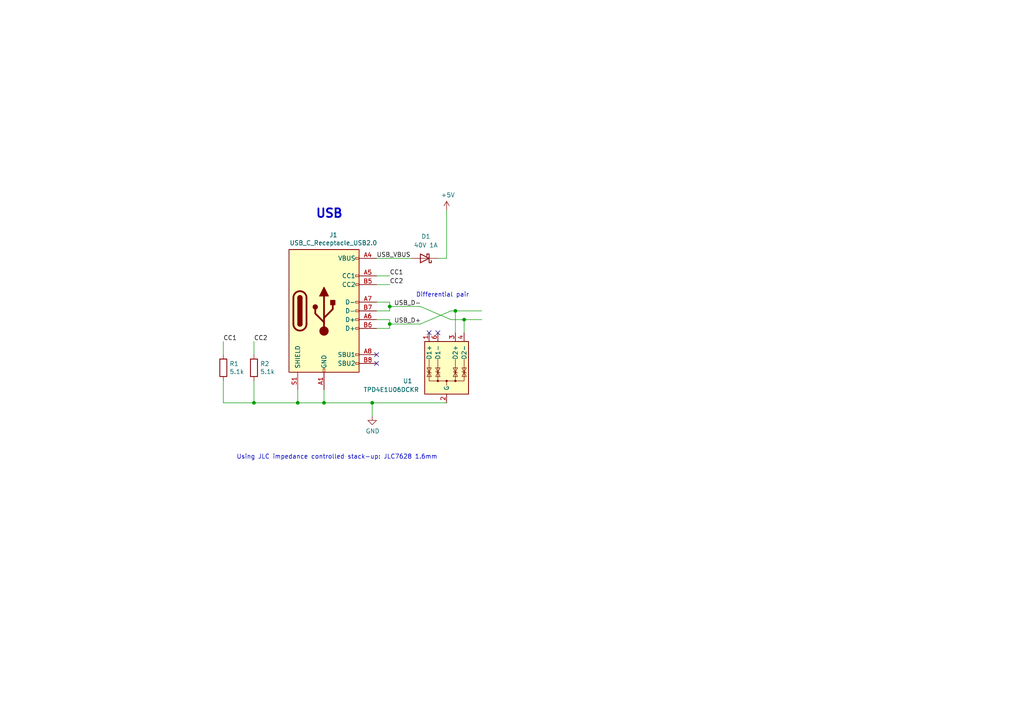
<source format=kicad_sch>
(kicad_sch (version 20250114) (generator "eeschema") (generator_version "9.0")
  (paper "A4")
  (lib_symbols
    (symbol "+5V_1" (power) (pin_names (offset 0))
      (property "Value" "+5V_1" (at 0 3.556 0))
      (symbol "+5V_1_0_1"
        (polyline (pts (xy -0.762 1.27) (xy 0 2.54)))
        (polyline (pts (xy 0 2.54) (xy 0.762 1.27)))
        (polyline (pts (xy 0 0) (xy 0 2.54)))
      )
      (symbol "+5V_1_1_1"
        (pin power_in line (at 0 0 90) (length 0) (hide yes) (name "+5V") (number "1"))
      )
    )
    (symbol "Connector:USB_C_Receptacle_USB2.0" (pin_names (offset 1.016))
      (property "Reference" "J" (at -10.16 19.05 0))
      (property "Value" "USB_C_Receptacle_USB2.0" (at 19.05 19.05 0))
      (symbol "USB_C_Receptacle_USB2.0_0_0"
        (rectangle (start -0.254 -17.78) (end 0.254 -16.764))
        (rectangle (start 10.16 15.494) (end 9.144 14.986))
        (rectangle (start 10.16 10.414) (end 9.144 9.906))
        (rectangle (start 10.16 7.874) (end 9.144 7.366))
        (rectangle (start 10.16 2.794) (end 9.144 2.286))
        (rectangle (start 10.16 0.254) (end 9.144 -0.254))
        (rectangle (start 10.16 -2.286) (end 9.144 -2.794))
        (rectangle (start 10.16 -4.826) (end 9.144 -5.334))
        (rectangle (start 10.16 -12.446) (end 9.144 -12.954))
        (rectangle (start 10.16 -14.986) (end 9.144 -15.494))
      )
      (symbol "USB_C_Receptacle_USB2.0_0_1"
        (rectangle (start -10.16 17.78) (end 10.16 -17.78) (stroke (width 0.254)) (fill (type background)))
        (polyline (pts (xy -8.89 -3.81) (xy -8.89 3.81)) (stroke (width 0.508)))
        (rectangle (start -7.62 -3.81) (end -6.35 3.81) (stroke (width 0.254)) (fill (type outline)))
        (arc (start -7.62 3.81) (mid -6.985 4.4423) (end -6.35 3.81) (stroke (width 0.254)))
        (arc (start -7.62 3.81) (mid -6.985 4.4423) (end -6.35 3.81) (stroke (width 0.254)) (fill (type outline)))
        (arc (start -8.89 3.81) (mid -6.985 5.7067) (end -5.08 3.81) (stroke (width 0.508)))
        (arc (start -5.08 -3.81) (mid -6.985 -5.7067) (end -8.89 -3.81) (stroke (width 0.508)))
        (arc (start -6.35 -3.81) (mid -6.985 -4.4423) (end -7.62 -3.81) (stroke (width 0.254)))
        (arc (start -6.35 -3.81) (mid -6.985 -4.4423) (end -7.62 -3.81) (stroke (width 0.254)) (fill (type outline)))
        (polyline (pts (xy -5.08 3.81) (xy -5.08 -3.81)) (stroke (width 0.508)))
        (circle (center -2.54 1.143) (radius 0.635) (stroke (width 0.254)) (fill (type outline)))
        (polyline (pts (xy -1.27 4.318) (xy 0 6.858) (xy 1.27 4.318) (xy -1.27 4.318)) (stroke (width 0.254)) (fill (type outline)))
        (polyline (pts (xy 0 -2.032) (xy 2.54 0.508) (xy 2.54 1.778)) (stroke (width 0.508)))
        (polyline (pts (xy 0 -3.302) (xy -2.54 -0.762) (xy -2.54 0.508)) (stroke (width 0.508)))
        (polyline (pts (xy 0 -5.842) (xy 0 4.318)) (stroke (width 0.508)))
        (circle (center 0 -5.842) (radius 1.27) (fill (type outline)))
        (rectangle (start 1.905 1.778) (end 3.175 3.048) (stroke (width 0.254)) (fill (type outline)))
      )
      (symbol "USB_C_Receptacle_USB2.0_1_1"
        (pin passive line (at -7.62 -22.86 90) (length 5.08) (name "SHIELD") (number "S1"))
        (pin passive line (at 0 -22.86 90) (length 5.08) (name "GND") (number "A1"))
        (pin passive line (at 0 -22.86 90) (length 5.08) (hide yes) (name "GND") (number "A12"))
        (pin passive line (at 0 -22.86 90) (length 5.08) (hide yes) (name "GND") (number "B1"))
        (pin passive line (at 0 -22.86 90) (length 5.08) (hide yes) (name "GND") (number "B12"))
        (pin passive line (at 15.24 15.24 180) (length 5.08) (name "VBUS") (number "A4"))
        (pin passive line (at 15.24 15.24 180) (length 5.08) (hide yes) (name "VBUS") (number "A9"))
        (pin passive line (at 15.24 15.24 180) (length 5.08) (hide yes) (name "VBUS") (number "B4"))
        (pin passive line (at 15.24 15.24 180) (length 5.08) (hide yes) (name "VBUS") (number "B9"))
        (pin bidirectional line (at 15.24 10.16 180) (length 5.08) (name "CC1") (number "A5"))
        (pin bidirectional line (at 15.24 7.62 180) (length 5.08) (name "CC2") (number "B5"))
        (pin bidirectional line (at 15.24 2.54 180) (length 5.08) (name "D-") (number "A7"))
        (pin bidirectional line (at 15.24 0 180) (length 5.08) (name "D-") (number "B7"))
        (pin bidirectional line (at 15.24 -2.54 180) (length 5.08) (name "D+") (number "A6"))
        (pin bidirectional line (at 15.24 -5.08 180) (length 5.08) (name "D+") (number "B6"))
        (pin bidirectional line (at 15.24 -12.7 180) (length 5.08) (name "SBU1") (number "A8"))
        (pin bidirectional line (at 15.24 -15.24 180) (length 5.08) (name "SBU2") (number "B8"))
      )
    )
    (symbol "Device:D_Schottky" (pin_numbers (hide yes)) (pin_names (offset 1.016) (hide yes))
      (property "Reference" "D" (at 0 2.54 0))
      (property "Value" "D_Schottky" (at 0 -2.54 0))
      (symbol "D_Schottky_0_1"
        (polyline (pts (xy -1.905 0.635) (xy -1.905 1.27) (xy -1.27 1.27) (xy -1.27 -1.27) (xy -0.635 -1.27) (xy -0.635 -0.635)) (stroke (width 0.254)))
        (polyline (pts (xy 1.27 1.27) (xy 1.27 -1.27) (xy -1.27 0) (xy 1.27 1.27)) (stroke (width 0.254)))
        (polyline (pts (xy 1.27 0) (xy -1.27 0)))
      )
      (symbol "D_Schottky_1_1"
        (pin passive line (at -3.81 0 0) (length 2.54) (name "K") (number "1"))
        (pin passive line (at 3.81 0 180) (length 2.54) (name "A") (number "2"))
      )
    )
    (symbol "Device:R" (pin_numbers (hide yes)) (pin_names (offset 0))
      (property "Reference" "R" (at 2.032 0 90))
      (property "Value" "R" (at 0 0 90))
      (symbol "R_0_1"
        (rectangle (start -1.016 -2.54) (end 1.016 2.54) (stroke (width 0.254)))
      )
      (symbol "R_1_1"
        (pin passive line (at 0 3.81 270) (length 1.27) (name "~") (number "1"))
        (pin passive line (at 0 -3.81 90) (length 1.27) (name "~") (number "2"))
      )
    )
    (symbol "Multimeter_Multiplexer:TPD4E1U06DCKR" (pin_names (offset 1.016))
      (property "Reference" "U" (at 10.16 -11.43 0))
      (property "Value" "TPD4E1U06DCKR" (at 10.16 -8.89 0))
      (symbol "TPD4E1U06DCKR_1_1"
        (rectangle (start -6.35 8.89) (end 6.35 -6.35) (stroke (width 0.254)) (fill (type background)))
        (polyline (pts (xy -5.715 0.254) (xy -5.461 0) (xy -4.699 0) (xy -4.445 -0.254)))
        (polyline (pts (xy -5.08 3.81) (xy -5.08 -2.54) (xy 5.08 -2.54) (xy 5.08 3.81)))
        (polyline (pts (xy -5.08 0) (xy -5.715 1.27) (xy -4.445 1.27) (xy -5.08 0)))
        (polyline (pts (xy -4.445 -1.27) (xy -5.715 -1.27) (xy -5.08 0) (xy -4.445 -1.27)))
        (polyline (pts (xy -3.175 0.254) (xy -2.921 0) (xy -2.159 0) (xy -1.905 -0.254)))
        (polyline (pts (xy -2.54 3.81) (xy -2.54 -2.54)))
        (polyline (pts (xy -2.54 0) (xy -3.175 1.27) (xy -1.905 1.27) (xy -2.54 0)))
        (polyline (pts (xy -2.54 0) (xy -1.905 -1.27) (xy -3.175 -1.27) (xy -2.54 0)))
        (circle (center -2.54 -2.54) (radius 0.254) (fill (type outline)))
        (polyline (pts (xy 0 -2.54) (xy 0 -3.81)))
        (circle (center 0 -2.54) (radius 0.254) (fill (type outline)))
        (polyline (pts (xy 1.905 0.254) (xy 2.159 0) (xy 2.921 0) (xy 3.175 -0.254)))
        (polyline (pts (xy 2.54 3.81) (xy 2.54 -2.54)))
        (polyline (pts (xy 2.54 0) (xy 1.905 1.27) (xy 3.175 1.27) (xy 2.54 0)))
        (polyline (pts (xy 2.54 0) (xy 1.905 -1.27) (xy 3.175 -1.27) (xy 2.54 0)))
        (circle (center 2.54 -2.54) (radius 0.254) (fill (type outline)))
        (polyline (pts (xy 4.445 0.254) (xy 4.699 0) (xy 5.461 0) (xy 5.715 -0.254)))
        (polyline (pts (xy 5.08 0) (xy 4.445 1.27) (xy 5.715 1.27) (xy 5.08 0)))
        (polyline (pts (xy 5.08 0) (xy 4.445 -1.27) (xy 5.715 -1.27) (xy 5.08 0)))
        (pin passive line (at -5.08 11.43 270) (length 2.54) (name "D1+") (number "1"))
        (pin passive line (at -2.54 11.43 270) (length 2.54) (name "D1-") (number "6"))
        (pin passive line (at 0 -8.89 90) (length 2.54) (name "G") (number "2"))
        (pin passive line (at 2.54 11.43 270) (length 2.54) (name "D2+") (number "3"))
        (pin passive line (at 5.08 11.43 270) (length 2.54) (name "D2-") (number "4"))
      )
    )
    (symbol "power:GND" (power) (pin_names (offset 0))
      (property "Value" "GND" (at 0 -3.81 0))
      (symbol "GND_0_1"
        (polyline (pts (xy 0 0) (xy 0 -1.27) (xy 1.27 -1.27) (xy 0 -2.54) (xy -1.27 -1.27) (xy 0 -1.27)))
      )
      (symbol "GND_1_1"
        (pin power_in line (at 0 0 270) (length 0) (hide yes) (name "GND") (number "1"))
      )
    )
  )
  (text "Differential pair" (at 120.65 86.36 0) (effects (font (size 1.27 1.27)) (justify left bottom)))
  (text "Using JLC impedance controlled stack-up: JLC7628 1.6mm" (at 68.58 133.35 0) (effects (font (size 1.27 1.27)) (justify left bottom)))
  (text "USB" (at 91.44 63.5 0) (effects (font (size 2.4892 2.4892) (thickness 0.4978) (bold yes)) (justify left bottom)))
  (junction (at 132.08 90.17))
  (junction (at 73.66 116.84))
  (junction (at 134.62 92.71))
  (junction (at 113.03 88.9))
  (junction (at 86.36 116.84))
  (junction (at 93.98 116.84))
  (junction (at 107.95 116.84))
  (junction (at 113.03 93.98))
  (no_connect (at 109.22 102.87))
  (no_connect (at 127 96.52))
  (no_connect (at 124.46 96.52))
  (no_connect (at 109.22 105.41))
  (wire (pts (xy 73.66 116.84) (xy 86.36 116.84)))
  (wire (pts (xy 107.95 116.84) (xy 129.54 116.84)))
  (wire (pts (xy 113.03 87.63) (xy 109.22 87.63)))
  (wire (pts (xy 86.36 113.03) (xy 86.36 116.84)))
  (wire (pts (xy 93.98 116.84) (xy 93.98 113.03)))
  (wire (pts (xy 64.77 102.87) (xy 64.77 99.06)))
  (wire (pts (xy 64.77 110.49) (xy 64.77 116.84)))
  (wire (pts (xy 127 74.93) (xy 129.54 74.93)))
  (wire (pts (xy 113.03 92.71) (xy 109.22 92.71)))
  (wire (pts (xy 73.66 110.49) (xy 73.66 116.84)))
  (wire (pts (xy 93.98 116.84) (xy 107.95 116.84)))
  (wire (pts (xy 134.62 96.52) (xy 134.62 92.71)))
  (wire (pts (xy 64.77 116.84) (xy 73.66 116.84)))
  (wire (pts (xy 113.03 93.98) (xy 113.03 95.25)))
  (wire (pts (xy 113.03 88.9) (xy 113.03 90.17)))
  (wire (pts (xy 113.03 87.63) (xy 113.03 88.9)))
  (wire (pts (xy 130.81 90.17) (xy 121.92 93.98)))
  (wire (pts (xy 121.92 88.9) (xy 113.03 88.9)))
  (wire (pts (xy 73.66 102.87) (xy 73.66 99.06)))
  (wire (pts (xy 130.81 92.71) (xy 121.92 88.9)))
  (wire (pts (xy 109.22 95.25) (xy 113.03 95.25)))
  (wire (pts (xy 132.08 90.17) (xy 139.7 90.17)))
  (wire (pts (xy 86.36 116.84) (xy 93.98 116.84)))
  (wire (pts (xy 113.03 92.71) (xy 113.03 93.98)))
  (wire (pts (xy 109.22 90.17) (xy 113.03 90.17)))
  (wire (pts (xy 109.22 82.55) (xy 113.03 82.55)))
  (wire (pts (xy 113.03 80.01) (xy 109.22 80.01)))
  (wire (pts (xy 130.81 92.71) (xy 134.62 92.71)))
  (wire (pts (xy 109.22 74.93) (xy 119.38 74.93)))
  (wire (pts (xy 107.95 116.84) (xy 107.95 120.65)))
  (wire (pts (xy 129.54 60.96) (xy 129.54 74.93)))
  (wire (pts (xy 132.08 96.52) (xy 132.08 90.17)))
  (wire (pts (xy 130.81 90.17) (xy 132.08 90.17)))
  (wire (pts (xy 113.03 93.98) (xy 121.92 93.98)))
  (wire (pts (xy 134.62 92.71) (xy 139.7 92.71)))
  (label "USB_D-" (at 114.3 88.9 0))
  (label "USB_VBUS" (at 109.22 74.93 0))
  (label "CC1" (at 64.77 99.06 0))
  (label "CC2" (at 73.66 99.06 0))
  (label "CC1" (at 113.03 80.01 0))
  (label "USB_D+" (at 114.3 93.98 0))
  (label "CC2" (at 113.03 82.55 0))
  (symbol (lib_id "Connector:USB_C_Receptacle_USB2.0") (at 93.98 90.17 0) (unit 1)
    (property "Reference" "J1" (at 96.6978 68.1482 0))
    (property "Value" "USB_C_Receptacle_USB2.0" (at 96.6978 70.4596 0))
    (property "Footprint" "Connector_USB:USB_C_Receptacle_XKB_U262-16XN-4BVC11" (effects (hide yes)))
    (property "Datasheet" "https://datasheet.lcsc.com/lcsc/2009111434_Shenzhen-Kinghelm-Elec-KH-TYPE-C-16P_C709357.pdf" (effects (hide yes)))
    (property "LCSC Part #" "C709357" (effects (hide yes)))
    (property "LCSC URL" "https://www.lcsc.com/product-detail/USB-Connectors_Shenzhen-Kinghelm-Elec-KH-TYPE-C-16P_C709357.html" (effects (hide yes)))
  )
  (symbol (lib_id "power:GND") (at 107.95 120.65 0) (unit 1)
    (property "Reference" "#PWR01" (effects (hide yes)))
    (property "Value" "GND" (at 108.077 125.0442 0))
  )
  (symbol (lib_id "Device:R") (at 64.77 106.68 0) (unit 1)
    (property "Reference" "R1" (at 66.548 105.5116 0) (effects (justify left)))
    (property "Value" "5.1k" (at 66.548 107.823 0) (effects (justify left)))
    (property "Footprint" "Resistor_SMD:R_0603_1608Metric" (effects (hide yes)))
    (property "Datasheet" "https://datasheet.lcsc.com/lcsc/1808272258_YAGEO-RC0603FR-075K1L_C105580.pdf" (effects (hide yes)))
    (property "LCSC Part #" "C105580" (effects (hide yes)))
    (property "LCSC URL" "https://lcsc.com/product-detail/Chip-Resistor-Surface-Mount_YAGEO-RC0603FR-075K1L_C105580.html" (effects (hide yes)))
  )
  (symbol (lib_id "Device:R") (at 73.66 106.68 0) (unit 1)
    (property "Reference" "R2" (at 75.438 105.5116 0) (effects (justify left)))
    (property "Value" "5.1k" (at 75.438 107.823 0) (effects (justify left)))
    (property "Footprint" "Resistor_SMD:R_0603_1608Metric" (effects (hide yes)))
    (property "Datasheet" "https://datasheet.lcsc.com/lcsc/1808272258_YAGEO-RC0603FR-075K1L_C105580.pdf" (effects (hide yes)))
    (property "LCSC Part #" "C105580" (effects (hide yes)))
    (property "LCSC URL" "https://lcsc.com/product-detail/Chip-Resistor-Surface-Mount_YAGEO-RC0603FR-075K1L_C105580.html" (effects (hide yes)))
  )
  (symbol (lib_id "Multimeter_Multiplexer:TPD4E1U06DCKR") (at 129.54 107.95 0) (unit 1)
    (property "Reference" "U1" (at 116.84 110.49 0) (effects (justify left)))
    (property "Value" "TPD4E1U06DCKR" (at 105.41 113.03 0) (effects (justify left)))
    (property "Footprint" "Package_TO_SOT_SMD:SOT-363_SC-70-6" (effects (hide yes)))
    (property "Datasheet" "https://www.lcsc.com/product-detail/span-style-background-color-ff0-ESD-span-Protection-Devices_Texas-Instruments-TPD4E1U06DCKR_C194628.html" (effects (hide yes)))
    (property "LCSC Part #" "C194628" (effects (hide yes)))
  )
  (symbol (lib_id "Device:D_Schottky") (at 123.19 74.93 180) (unit 1)
    (property "Reference" "D1" (at 123.5075 68.58 0))
    (property "Value" "40V 1A" (at 123.5075 71.12 0))
    (property "Footprint" "Diode_SMD:D_SOD-123F" (effects (hide yes)))
    (property "Datasheet" "https://datasheet.lcsc.com/lcsc/1811151541_Guangdong-Hottech-SS14L_C190475.pdf" (effects (hide yes)))
    (property "LCSC Part #" "C190475" (effects (hide yes)))
    (property "LCSC URL" "https://www.lcsc.com/product-detail/Schottky-Barrier-Diodes-SBD_Guangdong-Hottech-SS14L_C190475.html" (effects (hide yes)))
  )
  (symbol (lib_name "+5V_1") (lib_id "power:+5V") (at 129.54 60.96 0) (unit 1)
    (property "Reference" "#PWR04" (effects (hide yes)))
    (property "Value" "+5V" (at 129.921 56.5658 0))
  )
)
</source>
